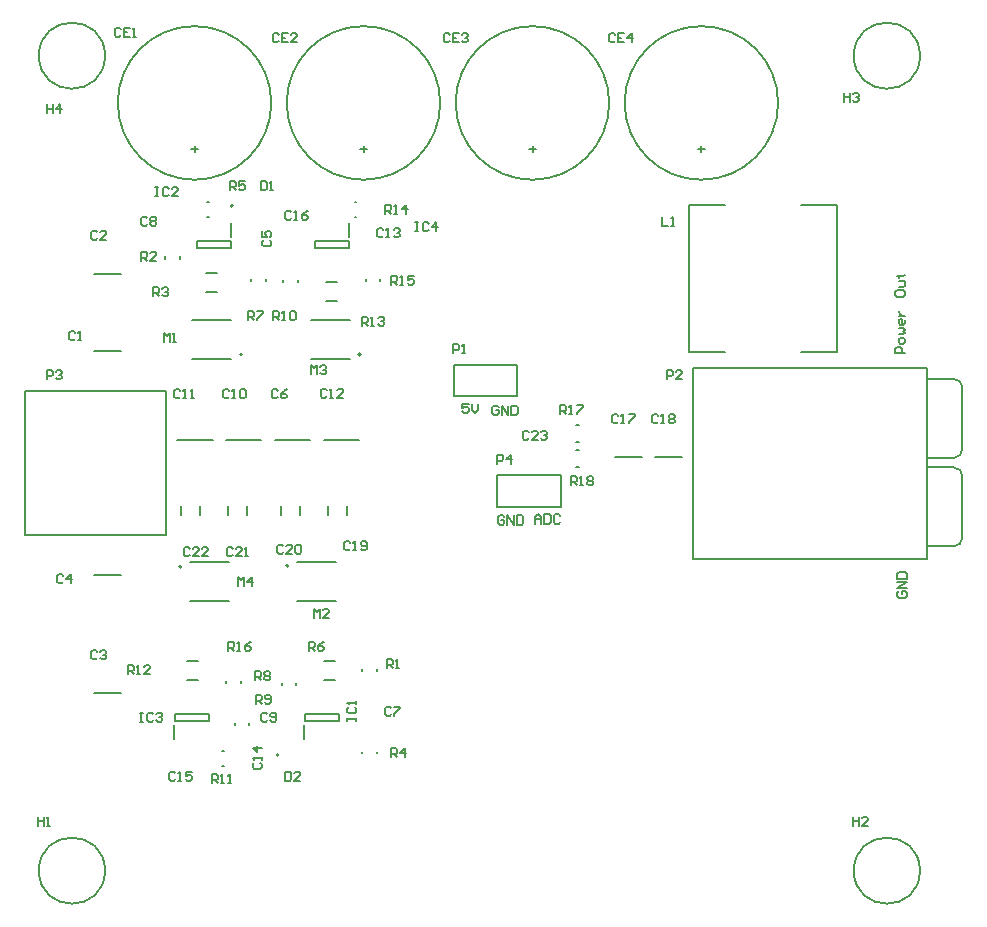
<source format=gto>
G04*
G04 #@! TF.GenerationSoftware,Altium Limited,Altium Designer,20.1.12 (249)*
G04*
G04 Layer_Color=65535*
%FSLAX44Y44*%
%MOMM*%
G71*
G04*
G04 #@! TF.SameCoordinates,CC81BD5A-250F-4E5F-800E-8ED098A84927*
G04*
G04*
G04 #@! TF.FilePolarity,Positive*
G04*
G01*
G75*
%ADD10C,0.2000*%
%ADD11C,0.1270*%
%ADD12C,0.2032*%
D10*
X213250Y288000D02*
G03*
X213250Y288000I-1000J0D01*
G01*
X122750Y287500D02*
G03*
X122750Y287500I-1000J0D01*
G01*
X274600Y467000D02*
G03*
X274600Y467000I-1000J0D01*
G01*
X174350D02*
G03*
X174350Y467000I-1000J0D01*
G01*
X165250Y594000D02*
G03*
X165250Y592000I0J-1000D01*
G01*
D02*
G03*
X165250Y594000I0J1000D01*
G01*
X204000Y127000D02*
G03*
X204000Y129000I0J1000D01*
G01*
D02*
G03*
X204000Y127000I0J-1000D01*
G01*
X198792Y680000D02*
G03*
X198792Y680000I-65000J0D01*
G01*
X341835D02*
G03*
X341835Y680000I-65000J0D01*
G01*
X484878D02*
G03*
X484878Y680000I-65000J0D01*
G01*
X627920D02*
G03*
X627920Y680000I-65000J0D01*
G01*
X776500Y304500D02*
G03*
X784000Y312000I0J7500D01*
G01*
Y364000D02*
G03*
X776500Y371500I-7500J0D01*
G01*
X784000Y439000D02*
G03*
X776500Y446500I-7500J0D01*
G01*
Y379500D02*
G03*
X784000Y387000I0J7500D01*
G01*
X58000Y30000D02*
G03*
X58000Y30000I-28000J0D01*
G01*
X748000D02*
G03*
X748000Y30000I-28000J0D01*
G01*
Y720000D02*
G03*
X748000Y720000I-28000J0D01*
G01*
X58000D02*
G03*
X58000Y720000I-28000J0D01*
G01*
X48500Y280000D02*
X71500D01*
X456750Y371957D02*
X459250D01*
X456750Y385957D02*
X459250D01*
X456750Y407000D02*
X459250D01*
X456750Y393000D02*
X459250D01*
X443900Y338015D02*
Y364915D01*
X390100D02*
X443900D01*
X390100Y338015D02*
Y364915D01*
Y338015D02*
X443900D01*
X144274Y596250D02*
X145726D01*
X144274Y583750D02*
X145726D01*
X165000Y566500D02*
Y578500D01*
X135500Y563000D02*
X164500D01*
X135500Y557000D02*
Y563000D01*
Y557000D02*
X164500D01*
Y563000D01*
X48500Y470000D02*
X71500D01*
X180250Y153000D02*
Y155000D01*
X167750Y153000D02*
Y155000D01*
X275500Y199000D02*
Y201000D01*
X288000Y199000D02*
Y201000D01*
X108750Y548000D02*
Y550000D01*
X121250Y548000D02*
Y550000D01*
X208750Y528000D02*
Y530000D01*
X221250Y528000D02*
Y530000D01*
X143270Y536000D02*
X152731D01*
X143270Y520000D02*
X152731D01*
X243020Y207084D02*
X252481D01*
X243020Y191084D02*
X252481D01*
X127020D02*
X136481D01*
X127020Y207084D02*
X136481D01*
X245270Y528000D02*
X254731D01*
X245270Y512000D02*
X254731D01*
X288000Y129274D02*
Y130726D01*
X275500Y129274D02*
Y130726D01*
X181750Y529274D02*
Y530726D01*
X194250Y529274D02*
Y530726D01*
X220000Y187274D02*
Y188726D01*
X207500Y187274D02*
Y188726D01*
X157024Y131250D02*
X158476D01*
X157024Y118750D02*
X158476D01*
X269274Y583750D02*
X270726D01*
X269274Y596250D02*
X270726D01*
X291250Y529274D02*
Y530726D01*
X278750Y529274D02*
Y530726D01*
X173000Y189274D02*
Y190726D01*
X160500Y189274D02*
Y190726D01*
X247000Y331265D02*
Y338735D01*
X263000Y331265D02*
Y338735D01*
X207000Y331265D02*
Y338735D01*
X223000Y331265D02*
Y338735D01*
X162000Y331265D02*
Y338735D01*
X178000Y331265D02*
Y338735D01*
X122324Y331265D02*
Y338735D01*
X138323Y331265D02*
Y338735D01*
X227250Y157000D02*
Y163000D01*
X256250D01*
Y157000D02*
Y163000D01*
X227250Y157000D02*
X256250D01*
X226750Y141500D02*
Y153500D01*
X117250Y157000D02*
Y163000D01*
X146250D01*
Y157000D02*
Y163000D01*
X117250Y157000D02*
X146250D01*
X116750Y141500D02*
Y153500D01*
X264500Y557000D02*
Y563000D01*
X235500Y557000D02*
X264500D01*
X235500D02*
Y563000D01*
X264500D01*
X265000Y566500D02*
Y578500D01*
X243370Y395000D02*
X273370D01*
X201628D02*
X231628D01*
X160385D02*
X190385D01*
X119143D02*
X149143D01*
X48500Y535000D02*
X71500D01*
X48500Y180000D02*
X71500D01*
X489615Y380000D02*
X512615D01*
X523857D02*
X546857D01*
X754000Y304500D02*
X776500D01*
X784000Y312000D02*
Y364500D01*
X754000Y371500D02*
X776500D01*
X754000Y446500D02*
X776500D01*
X784000Y387000D02*
Y439500D01*
X754000Y379500D02*
X776500D01*
X556000Y294000D02*
X754000Y294000D01*
X556000Y456000D02*
X754000D01*
Y294000D02*
Y456000D01*
X556000Y294000D02*
Y456000D01*
X-10000Y314200D02*
X110000D01*
X-10000D02*
Y435800D01*
X110000D01*
Y314200D02*
Y435800D01*
X353100Y431550D02*
Y458450D01*
Y431550D02*
X406900D01*
Y458450D01*
X353100D02*
X406900D01*
X677500Y468792D02*
Y593792D01*
X552500Y468792D02*
Y593792D01*
X647000D02*
X677500D01*
X647500Y468792D02*
X677500D01*
X552500Y593792D02*
X583000D01*
X552500Y468792D02*
X583000D01*
X735250Y468000D02*
X727253D01*
Y471999D01*
X728586Y473332D01*
X731251D01*
X732584Y471999D01*
Y468000D01*
X735250Y477330D02*
Y479996D01*
X733917Y481329D01*
X731251D01*
X729918Y479996D01*
Y477330D01*
X731251Y475997D01*
X733917D01*
X735250Y477330D01*
X729918Y483995D02*
X733917D01*
X735250Y485328D01*
X733917Y486661D01*
X735250Y487994D01*
X733917Y489327D01*
X729918D01*
X735250Y495991D02*
Y493325D01*
X733917Y491992D01*
X731251D01*
X729918Y493325D01*
Y495991D01*
X731251Y497324D01*
X732584D01*
Y491992D01*
X729918Y499990D02*
X735250D01*
X732584D01*
X731251Y501323D01*
X729918Y502655D01*
Y503988D01*
X727253Y519983D02*
Y517317D01*
X728586Y515984D01*
X733917D01*
X735250Y517317D01*
Y519983D01*
X733917Y521316D01*
X728586D01*
X727253Y519983D01*
X729918Y523982D02*
X733917D01*
X735250Y525315D01*
Y529314D01*
X729918D01*
X728586Y533312D02*
X729918D01*
Y531979D01*
Y534645D01*
Y533312D01*
X733917D01*
X735250Y534645D01*
X730086Y266582D02*
X728753Y265249D01*
Y262583D01*
X730086Y261250D01*
X735417D01*
X736750Y262583D01*
Y265249D01*
X735417Y266582D01*
X732751D01*
Y263916D01*
X736750Y269247D02*
X728753D01*
X736750Y274579D01*
X728753D01*
Y277245D02*
X736750D01*
Y281244D01*
X735417Y282577D01*
X730086D01*
X728753Y281244D01*
Y277245D01*
X422000Y323750D02*
Y329082D01*
X424666Y331747D01*
X427332Y329082D01*
Y323750D01*
Y327749D01*
X422000D01*
X429997Y331747D02*
Y323750D01*
X433996D01*
X435329Y325083D01*
Y330415D01*
X433996Y331747D01*
X429997D01*
X443326Y330415D02*
X441994Y331747D01*
X439328D01*
X437995Y330415D01*
Y325083D01*
X439328Y323750D01*
X441994D01*
X443326Y325083D01*
X396082Y329664D02*
X394749Y330997D01*
X392083D01*
X390750Y329664D01*
Y324333D01*
X392083Y323000D01*
X394749D01*
X396082Y324333D01*
Y326999D01*
X393416D01*
X398747Y323000D02*
Y330997D01*
X404079Y323000D01*
Y330997D01*
X406745D02*
Y323000D01*
X410744D01*
X412076Y324333D01*
Y329664D01*
X410744Y330997D01*
X406745D01*
X365832Y425497D02*
X360500D01*
Y421499D01*
X363166Y422832D01*
X364499D01*
X365832Y421499D01*
Y418833D01*
X364499Y417500D01*
X361833D01*
X360500Y418833D01*
X368497Y425497D02*
Y420166D01*
X371163Y417500D01*
X373829Y420166D01*
Y425497D01*
X391332Y422415D02*
X389999Y423747D01*
X387333D01*
X386000Y422415D01*
Y417083D01*
X387333Y415750D01*
X389999D01*
X391332Y417083D01*
Y419749D01*
X388666D01*
X393997Y415750D02*
Y423747D01*
X399329Y415750D01*
Y423747D01*
X401995D02*
Y415750D01*
X405993D01*
X407326Y417083D01*
Y422415D01*
X405993Y423747D01*
X401995D01*
X133877Y638250D02*
Y643582D01*
X131211Y640916D02*
X136542D01*
X276919Y638250D02*
Y643582D01*
X274253Y640916D02*
X279585D01*
X419962Y638250D02*
Y643582D01*
X417296Y640916D02*
X422627D01*
X563004Y638250D02*
Y643582D01*
X560338Y640916D02*
X565670D01*
D11*
X220750Y291500D02*
X253750D01*
X220750Y258500D02*
X253750D01*
X130250Y291000D02*
X163250D01*
X130250Y258000D02*
X163250D01*
X232100Y496500D02*
X265100D01*
X232100Y463500D02*
X265100D01*
X131850Y496500D02*
X164850D01*
X131850Y463500D02*
X164850D01*
D12*
X170902Y270691D02*
Y278309D01*
X173441Y275770D01*
X175980Y278309D01*
Y270691D01*
X182328D02*
Y278309D01*
X178520Y274500D01*
X183598D01*
X232652Y450441D02*
Y458059D01*
X235191Y455520D01*
X237730Y458059D01*
Y450441D01*
X240270Y456789D02*
X241539Y458059D01*
X244078D01*
X245348Y456789D01*
Y455520D01*
X244078Y454250D01*
X242809D01*
X244078D01*
X245348Y452980D01*
Y451711D01*
X244078Y450441D01*
X241539D01*
X240270Y451711D01*
X234652Y243941D02*
Y251559D01*
X237191Y249020D01*
X239730Y251559D01*
Y243941D01*
X247348D02*
X242270D01*
X247348Y249020D01*
Y250289D01*
X246078Y251559D01*
X243539D01*
X242270Y250289D01*
X107922Y477941D02*
Y485559D01*
X110461Y483020D01*
X113000Y485559D01*
Y477941D01*
X115539D02*
X118078D01*
X116809D01*
Y485559D01*
X115539Y484289D01*
X452478Y356191D02*
Y363809D01*
X456287D01*
X457556Y362539D01*
Y360000D01*
X456287Y358730D01*
X452478D01*
X455017D02*
X457556Y356191D01*
X460096D02*
X462635D01*
X461365D01*
Y363809D01*
X460096Y362539D01*
X466444D02*
X467713Y363809D01*
X470252D01*
X471522Y362539D01*
Y361270D01*
X470252Y360000D01*
X471522Y358730D01*
Y357461D01*
X470252Y356191D01*
X467713D01*
X466444Y357461D01*
Y358730D01*
X467713Y360000D01*
X466444Y361270D01*
Y362539D01*
X467713Y360000D02*
X470252D01*
X443649Y416383D02*
Y424001D01*
X447458D01*
X448727Y422731D01*
Y420192D01*
X447458Y418922D01*
X443649D01*
X446188D02*
X448727Y416383D01*
X451267D02*
X453806D01*
X452536D01*
Y424001D01*
X451267Y422731D01*
X457615Y424001D02*
X462693D01*
Y422731D01*
X457615Y417653D01*
Y416383D01*
X389954Y374303D02*
Y381920D01*
X393763D01*
X395032Y380651D01*
Y378112D01*
X393763Y376842D01*
X389954D01*
X401380Y374303D02*
Y381920D01*
X397571Y378112D01*
X402650D01*
X416813Y401223D02*
X415543Y402492D01*
X413004D01*
X411735Y401223D01*
Y396145D01*
X413004Y394875D01*
X415543D01*
X416813Y396145D01*
X424430Y394875D02*
X419352D01*
X424430Y399953D01*
Y401223D01*
X423161Y402492D01*
X420622D01*
X419352Y401223D01*
X426970D02*
X428239Y402492D01*
X430778D01*
X432048Y401223D01*
Y399953D01*
X430778Y398684D01*
X429509D01*
X430778D01*
X432048Y397414D01*
Y396145D01*
X430778Y394875D01*
X428239D01*
X426970Y396145D01*
X129922Y302539D02*
X128652Y303809D01*
X126113D01*
X124843Y302539D01*
Y297461D01*
X126113Y296191D01*
X128652D01*
X129922Y297461D01*
X137539Y296191D02*
X132461D01*
X137539Y301270D01*
Y302539D01*
X136270Y303809D01*
X133730D01*
X132461Y302539D01*
X145157Y296191D02*
X140078D01*
X145157Y301270D01*
Y302539D01*
X143887Y303809D01*
X141348D01*
X140078Y302539D01*
X166191D02*
X164922Y303809D01*
X162383D01*
X161113Y302539D01*
Y297461D01*
X162383Y296191D01*
X164922D01*
X166191Y297461D01*
X173809Y296191D02*
X168730D01*
X173809Y301270D01*
Y302539D01*
X172539Y303809D01*
X170000D01*
X168730Y302539D01*
X176348Y296191D02*
X178887D01*
X177617D01*
Y303809D01*
X176348Y302539D01*
X208922Y304539D02*
X207652Y305809D01*
X205113D01*
X203843Y304539D01*
Y299461D01*
X205113Y298191D01*
X207652D01*
X208922Y299461D01*
X216539Y298191D02*
X211461D01*
X216539Y303270D01*
Y304539D01*
X215270Y305809D01*
X212730D01*
X211461Y304539D01*
X219078D02*
X220348Y305809D01*
X222887D01*
X224157Y304539D01*
Y299461D01*
X222887Y298191D01*
X220348D01*
X219078Y299461D01*
Y304539D01*
X265556Y307539D02*
X264287Y308809D01*
X261748D01*
X260478Y307539D01*
Y302461D01*
X261748Y301191D01*
X264287D01*
X265556Y302461D01*
X268096Y301191D02*
X270635D01*
X269365D01*
Y308809D01*
X268096Y307539D01*
X274444Y302461D02*
X275713Y301191D01*
X278252D01*
X279522Y302461D01*
Y307539D01*
X278252Y308809D01*
X275713D01*
X274444Y307539D01*
Y306270D01*
X275713Y305000D01*
X279522D01*
X529922Y583809D02*
Y576191D01*
X535000D01*
X537539D02*
X540078D01*
X538809D01*
Y583809D01*
X537539Y582539D01*
X489922Y737539D02*
X488652Y738809D01*
X486113D01*
X484843Y737539D01*
Y732461D01*
X486113Y731191D01*
X488652D01*
X489922Y732461D01*
X497539Y738809D02*
X492461D01*
Y731191D01*
X497539D01*
X492461Y735000D02*
X495000D01*
X503887Y731191D02*
Y738809D01*
X500078Y735000D01*
X505157D01*
X349922Y737539D02*
X348652Y738809D01*
X346113D01*
X344843Y737539D01*
Y732461D01*
X346113Y731191D01*
X348652D01*
X349922Y732461D01*
X357539Y738809D02*
X352461D01*
Y731191D01*
X357539D01*
X352461Y735000D02*
X355000D01*
X360078Y737539D02*
X361348Y738809D01*
X363887D01*
X365157Y737539D01*
Y736270D01*
X363887Y735000D01*
X362618D01*
X363887D01*
X365157Y733730D01*
Y732461D01*
X363887Y731191D01*
X361348D01*
X360078Y732461D01*
X204922Y737539D02*
X203652Y738809D01*
X201113D01*
X199843Y737539D01*
Y732461D01*
X201113Y731191D01*
X203652D01*
X204922Y732461D01*
X212539Y738809D02*
X207461D01*
Y731191D01*
X212539D01*
X207461Y735000D02*
X210000D01*
X220157Y731191D02*
X215078D01*
X220157Y736270D01*
Y737539D01*
X218887Y738809D01*
X216348D01*
X215078Y737539D01*
X71191Y742539D02*
X69922Y743809D01*
X67382D01*
X66113Y742539D01*
Y737461D01*
X67382Y736191D01*
X69922D01*
X71191Y737461D01*
X78809Y743809D02*
X73730D01*
Y736191D01*
X78809D01*
X73730Y740000D02*
X76270D01*
X81348Y736191D02*
X83887D01*
X82618D01*
Y743809D01*
X81348Y742539D01*
X526540Y415244D02*
X525270Y416513D01*
X522731D01*
X521461Y415244D01*
Y410166D01*
X522731Y408896D01*
X525270D01*
X526540Y410166D01*
X529079Y408896D02*
X531618D01*
X530349D01*
Y416513D01*
X529079Y415244D01*
X535427D02*
X536697Y416513D01*
X539236D01*
X540505Y415244D01*
Y413974D01*
X539236Y412705D01*
X540505Y411435D01*
Y410166D01*
X539236Y408896D01*
X536697D01*
X535427Y410166D01*
Y411435D01*
X536697Y412705D01*
X535427Y413974D01*
Y415244D01*
X536697Y412705D02*
X539236D01*
X492485Y415272D02*
X491216Y416541D01*
X488677D01*
X487407Y415272D01*
Y410194D01*
X488677Y408924D01*
X491216D01*
X492485Y410194D01*
X495024Y408924D02*
X497564D01*
X496294D01*
Y416541D01*
X495024Y415272D01*
X501372Y416541D02*
X506451D01*
Y415272D01*
X501372Y410194D01*
Y408924D01*
X200478Y496191D02*
Y503809D01*
X204287D01*
X205557Y502539D01*
Y500000D01*
X204287Y498730D01*
X200478D01*
X203017D02*
X205557Y496191D01*
X208096D02*
X210635D01*
X209365D01*
Y503809D01*
X208096Y502539D01*
X214444D02*
X215713Y503809D01*
X218252D01*
X219522Y502539D01*
Y497461D01*
X218252Y496191D01*
X215713D01*
X214444Y497461D01*
Y502539D01*
X88652Y546191D02*
Y553809D01*
X92461D01*
X93730Y552539D01*
Y550000D01*
X92461Y548730D01*
X88652D01*
X91191D02*
X93730Y546191D01*
X101348D02*
X96270D01*
X101348Y551270D01*
Y552539D01*
X100078Y553809D01*
X97539D01*
X96270Y552539D01*
X296672Y201191D02*
Y208809D01*
X300480D01*
X301750Y207539D01*
Y205000D01*
X300480Y203730D01*
X296672D01*
X299211D02*
X301750Y201191D01*
X304289D02*
X306828D01*
X305559D01*
Y208809D01*
X304289Y207539D01*
X162228Y216191D02*
Y223809D01*
X166037D01*
X167306Y222539D01*
Y220000D01*
X166037Y218730D01*
X162228D01*
X164767D02*
X167306Y216191D01*
X169846D02*
X172385D01*
X171115D01*
Y223809D01*
X169846Y222539D01*
X181272Y223809D02*
X178733Y222539D01*
X176194Y220000D01*
Y217461D01*
X177463Y216191D01*
X180002D01*
X181272Y217461D01*
Y218730D01*
X180002Y220000D01*
X176194D01*
X300478Y526191D02*
Y533809D01*
X304287D01*
X305556Y532539D01*
Y530000D01*
X304287Y528730D01*
X300478D01*
X303017D02*
X305556Y526191D01*
X308096D02*
X310635D01*
X309365D01*
Y533809D01*
X308096Y532539D01*
X319522Y533809D02*
X314444D01*
Y530000D01*
X316983Y531270D01*
X318252D01*
X319522Y530000D01*
Y527461D01*
X318252Y526191D01*
X315713D01*
X314444Y527461D01*
X295478Y586191D02*
Y593809D01*
X299287D01*
X300556Y592539D01*
Y590000D01*
X299287Y588730D01*
X295478D01*
X298017D02*
X300556Y586191D01*
X303096D02*
X305635D01*
X304365D01*
Y593809D01*
X303096Y592539D01*
X313252Y586191D02*
Y593809D01*
X309444Y590000D01*
X314522D01*
X275478Y491191D02*
Y498809D01*
X279287D01*
X280556Y497539D01*
Y495000D01*
X279287Y493730D01*
X275478D01*
X278017D02*
X280556Y491191D01*
X283096D02*
X285635D01*
X284365D01*
Y498809D01*
X283096Y497539D01*
X289444D02*
X290713Y498809D01*
X293252D01*
X294522Y497539D01*
Y496270D01*
X293252Y495000D01*
X291983D01*
X293252D01*
X294522Y493730D01*
Y492461D01*
X293252Y491191D01*
X290713D01*
X289444Y492461D01*
X77228Y196191D02*
Y203809D01*
X81037D01*
X82306Y202539D01*
Y200000D01*
X81037Y198730D01*
X77228D01*
X79767D02*
X82306Y196191D01*
X84846D02*
X87385D01*
X86115D01*
Y203809D01*
X84846Y202539D01*
X96272Y196191D02*
X91194D01*
X96272Y201270D01*
Y202539D01*
X95002Y203809D01*
X92463D01*
X91194Y202539D01*
X148498Y104191D02*
Y111809D01*
X152306D01*
X153576Y110539D01*
Y108000D01*
X152306Y106730D01*
X148498D01*
X151037D02*
X153576Y104191D01*
X156115D02*
X158654D01*
X157385D01*
Y111809D01*
X156115Y110539D01*
X162463Y104191D02*
X165002D01*
X163733D01*
Y111809D01*
X162463Y110539D01*
X185652Y171191D02*
Y178809D01*
X189461D01*
X190730Y177539D01*
Y175000D01*
X189461Y173730D01*
X185652D01*
X188191D02*
X190730Y171191D01*
X193270Y172461D02*
X194539Y171191D01*
X197078D01*
X198348Y172461D01*
Y177539D01*
X197078Y178809D01*
X194539D01*
X193270Y177539D01*
Y176270D01*
X194539Y175000D01*
X198348D01*
X185402Y191191D02*
Y198809D01*
X189211D01*
X190480Y197539D01*
Y195000D01*
X189211Y193730D01*
X185402D01*
X187941D02*
X190480Y191191D01*
X193020Y197539D02*
X194289Y198809D01*
X196828D01*
X198098Y197539D01*
Y196270D01*
X196828Y195000D01*
X198098Y193730D01*
Y192461D01*
X196828Y191191D01*
X194289D01*
X193020Y192461D01*
Y193730D01*
X194289Y195000D01*
X193020Y196270D01*
Y197539D01*
X194289Y195000D02*
X196828D01*
X178652Y496191D02*
Y503809D01*
X182461D01*
X183730Y502539D01*
Y500000D01*
X182461Y498730D01*
X178652D01*
X181191D02*
X183730Y496191D01*
X186270Y503809D02*
X191348D01*
Y502539D01*
X186270Y497461D01*
Y496191D01*
X230402Y216191D02*
Y223809D01*
X234211D01*
X235480Y222539D01*
Y220000D01*
X234211Y218730D01*
X230402D01*
X232941D02*
X235480Y216191D01*
X243098Y223809D02*
X240559Y222539D01*
X238020Y220000D01*
Y217461D01*
X239289Y216191D01*
X241828D01*
X243098Y217461D01*
Y218730D01*
X241828Y220000D01*
X238020D01*
X163652Y606191D02*
Y613809D01*
X167461D01*
X168730Y612539D01*
Y610000D01*
X167461Y608730D01*
X163652D01*
X166191D02*
X168730Y606191D01*
X176348Y613809D02*
X171270D01*
Y610000D01*
X173809Y611270D01*
X175078D01*
X176348Y610000D01*
Y607461D01*
X175078Y606191D01*
X172539D01*
X171270Y607461D01*
X300402Y126191D02*
Y133809D01*
X304211D01*
X305480Y132539D01*
Y130000D01*
X304211Y128730D01*
X300402D01*
X302941D02*
X305480Y126191D01*
X311828D02*
Y133809D01*
X308020Y130000D01*
X313098D01*
X98652Y516191D02*
Y523809D01*
X102461D01*
X103730Y522539D01*
Y520000D01*
X102461Y518730D01*
X98652D01*
X101191D02*
X103730Y516191D01*
X106270Y522539D02*
X107539Y523809D01*
X110078D01*
X111348Y522539D01*
Y521270D01*
X110078Y520000D01*
X108809D01*
X110078D01*
X111348Y518730D01*
Y517461D01*
X110078Y516191D01*
X107539D01*
X106270Y517461D01*
X8652Y446191D02*
Y453809D01*
X12461D01*
X13730Y452539D01*
Y450000D01*
X12461Y448730D01*
X8652D01*
X16270Y452539D02*
X17539Y453809D01*
X20078D01*
X21348Y452539D01*
Y451270D01*
X20078Y450000D01*
X18809D01*
X20078D01*
X21348Y448730D01*
Y447461D01*
X20078Y446191D01*
X17539D01*
X16270Y447461D01*
X533652Y446191D02*
Y453809D01*
X537461D01*
X538730Y452539D01*
Y450000D01*
X537461Y448730D01*
X533652D01*
X546348Y446191D02*
X541270D01*
X546348Y451270D01*
Y452539D01*
X545078Y453809D01*
X542539D01*
X541270Y452539D01*
X352994Y467866D02*
Y475484D01*
X356803D01*
X358072Y474214D01*
Y471675D01*
X356803Y470405D01*
X352994D01*
X360611Y467866D02*
X363151D01*
X361881D01*
Y475484D01*
X360611Y474214D01*
X320478Y578809D02*
X323017D01*
X321748D01*
Y571191D01*
X320478D01*
X323017D01*
X331904Y577539D02*
X330635Y578809D01*
X328096D01*
X326826Y577539D01*
Y572461D01*
X328096Y571191D01*
X330635D01*
X331904Y572461D01*
X338252Y571191D02*
Y578809D01*
X334444Y575000D01*
X339522D01*
X87228Y163809D02*
X89767D01*
X88498D01*
Y156191D01*
X87228D01*
X89767D01*
X98654Y162539D02*
X97385Y163809D01*
X94846D01*
X93576Y162539D01*
Y157461D01*
X94846Y156191D01*
X97385D01*
X98654Y157461D01*
X101194Y162539D02*
X102463Y163809D01*
X105002D01*
X106272Y162539D01*
Y161270D01*
X105002Y160000D01*
X103733D01*
X105002D01*
X106272Y158730D01*
Y157461D01*
X105002Y156191D01*
X102463D01*
X101194Y157461D01*
X100478Y608809D02*
X103017D01*
X101748D01*
Y601191D01*
X100478D01*
X103017D01*
X111904Y607539D02*
X110635Y608809D01*
X108096D01*
X106826Y607539D01*
Y602461D01*
X108096Y601191D01*
X110635D01*
X111904Y602461D01*
X119522Y601191D02*
X114444D01*
X119522Y606270D01*
Y607539D01*
X118252Y608809D01*
X115713D01*
X114444Y607539D01*
X262941Y156748D02*
Y159287D01*
Y158017D01*
X270559D01*
Y156748D01*
Y159287D01*
X264211Y168174D02*
X262941Y166904D01*
Y164365D01*
X264211Y163096D01*
X269289D01*
X270559Y164365D01*
Y166904D01*
X269289Y168174D01*
X270559Y170713D02*
Y173252D01*
Y171983D01*
X262941D01*
X264211Y170713D01*
X8652Y678809D02*
Y671191D01*
Y675000D01*
X13730D01*
Y678809D01*
Y671191D01*
X20078D02*
Y678809D01*
X16270Y675000D01*
X21348D01*
X683652Y688809D02*
Y681191D01*
Y685000D01*
X688730D01*
Y688809D01*
Y681191D01*
X691270Y687539D02*
X692539Y688809D01*
X695078D01*
X696348Y687539D01*
Y686270D01*
X695078Y685000D01*
X693809D01*
X695078D01*
X696348Y683730D01*
Y682461D01*
X695078Y681191D01*
X692539D01*
X691270Y682461D01*
X690974Y75848D02*
Y68230D01*
Y72039D01*
X696052D01*
Y75848D01*
Y68230D01*
X703670D02*
X698592D01*
X703670Y73308D01*
Y74578D01*
X702400Y75848D01*
X699861D01*
X698592Y74578D01*
X1110Y75848D02*
Y68230D01*
Y72039D01*
X6188D01*
Y75848D01*
Y68230D01*
X8727D02*
X11267D01*
X9997D01*
Y75848D01*
X8727Y74578D01*
X210402Y113809D02*
Y106191D01*
X214211D01*
X215480Y107461D01*
Y112539D01*
X214211Y113809D01*
X210402D01*
X223098Y106191D02*
X218020D01*
X223098Y111270D01*
Y112539D01*
X221828Y113809D01*
X219289D01*
X218020Y112539D01*
X189922Y613809D02*
Y606191D01*
X193730D01*
X195000Y607461D01*
Y612539D01*
X193730Y613809D01*
X189922D01*
X197539Y606191D02*
X200078D01*
X198809D01*
Y613809D01*
X197539Y612539D01*
X215556Y587539D02*
X214287Y588809D01*
X211748D01*
X210478Y587539D01*
Y582461D01*
X211748Y581191D01*
X214287D01*
X215556Y582461D01*
X218096Y581191D02*
X220635D01*
X219365D01*
Y588809D01*
X218096Y587539D01*
X229522Y588809D02*
X226983Y587539D01*
X224444Y585000D01*
Y582461D01*
X225713Y581191D01*
X228252D01*
X229522Y582461D01*
Y583730D01*
X228252Y585000D01*
X224444D01*
X117306Y112539D02*
X116037Y113809D01*
X113498D01*
X112228Y112539D01*
Y107461D01*
X113498Y106191D01*
X116037D01*
X117306Y107461D01*
X119846Y106191D02*
X122385D01*
X121115D01*
Y113809D01*
X119846Y112539D01*
X131272Y113809D02*
X126194D01*
Y110000D01*
X128733Y111270D01*
X130002D01*
X131272Y110000D01*
Y107461D01*
X130002Y106191D01*
X127463D01*
X126194Y107461D01*
X184211Y121556D02*
X182941Y120287D01*
Y117748D01*
X184211Y116478D01*
X189289D01*
X190559Y117748D01*
Y120287D01*
X189289Y121556D01*
X190559Y124096D02*
Y126635D01*
Y125365D01*
X182941D01*
X184211Y124096D01*
X190559Y134252D02*
X182941D01*
X186750Y130444D01*
Y135522D01*
X293556Y572539D02*
X292287Y573809D01*
X289748D01*
X288478Y572539D01*
Y567461D01*
X289748Y566191D01*
X292287D01*
X293556Y567461D01*
X296096Y566191D02*
X298635D01*
X297365D01*
Y573809D01*
X296096Y572539D01*
X302444D02*
X303713Y573809D01*
X306252D01*
X307522Y572539D01*
Y571270D01*
X306252Y570000D01*
X304983D01*
X306252D01*
X307522Y568730D01*
Y567461D01*
X306252Y566191D01*
X303713D01*
X302444Y567461D01*
X245658Y436782D02*
X244389Y438051D01*
X241849D01*
X240580Y436782D01*
Y431704D01*
X241849Y430434D01*
X244389D01*
X245658Y431704D01*
X248197Y430434D02*
X250737D01*
X249467D01*
Y438051D01*
X248197Y436782D01*
X259624Y430434D02*
X254545D01*
X259624Y435512D01*
Y436782D01*
X258354Y438051D01*
X255815D01*
X254545Y436782D01*
X121852Y436274D02*
X120582Y437543D01*
X118043D01*
X116774Y436274D01*
Y431196D01*
X118043Y429926D01*
X120582D01*
X121852Y431196D01*
X124391Y429926D02*
X126930D01*
X125661D01*
Y437543D01*
X124391Y436274D01*
X130739Y429926D02*
X133278D01*
X132009D01*
Y437543D01*
X130739Y436274D01*
X163254D02*
X161984Y437543D01*
X159445D01*
X158176Y436274D01*
Y431196D01*
X159445Y429926D01*
X161984D01*
X163254Y431196D01*
X165793Y429926D02*
X168332D01*
X167063D01*
Y437543D01*
X165793Y436274D01*
X172141D02*
X173411Y437543D01*
X175950D01*
X177219Y436274D01*
Y431196D01*
X175950Y429926D01*
X173411D01*
X172141Y431196D01*
Y436274D01*
X195480Y162539D02*
X194211Y163809D01*
X191672D01*
X190402Y162539D01*
Y157461D01*
X191672Y156191D01*
X194211D01*
X195480Y157461D01*
X198020D02*
X199289Y156191D01*
X201828D01*
X203098Y157461D01*
Y162539D01*
X201828Y163809D01*
X199289D01*
X198020Y162539D01*
Y161270D01*
X199289Y160000D01*
X203098D01*
X93730Y582539D02*
X92461Y583809D01*
X89922D01*
X88652Y582539D01*
Y577461D01*
X89922Y576191D01*
X92461D01*
X93730Y577461D01*
X96270Y582539D02*
X97539Y583809D01*
X100078D01*
X101348Y582539D01*
Y581270D01*
X100078Y580000D01*
X101348Y578730D01*
Y577461D01*
X100078Y576191D01*
X97539D01*
X96270Y577461D01*
Y578730D01*
X97539Y580000D01*
X96270Y581270D01*
Y582539D01*
X97539Y580000D02*
X100078D01*
X300480Y167539D02*
X299211Y168809D01*
X296672D01*
X295402Y167539D01*
Y162461D01*
X296672Y161191D01*
X299211D01*
X300480Y162461D01*
X303020Y168809D02*
X308098D01*
Y167539D01*
X303020Y162461D01*
Y161191D01*
X204402Y436274D02*
X203132Y437543D01*
X200593D01*
X199324Y436274D01*
Y431196D01*
X200593Y429926D01*
X203132D01*
X204402Y431196D01*
X212020Y437543D02*
X209480Y436274D01*
X206941Y433735D01*
Y431196D01*
X208211Y429926D01*
X210750D01*
X212020Y431196D01*
Y432465D01*
X210750Y433735D01*
X206941D01*
X192461Y563730D02*
X191191Y562461D01*
Y559922D01*
X192461Y558652D01*
X197539D01*
X198809Y559922D01*
Y562461D01*
X197539Y563730D01*
X191191Y571348D02*
Y566270D01*
X195000D01*
X193730Y568809D01*
Y570078D01*
X195000Y571348D01*
X197539D01*
X198809Y570078D01*
Y567539D01*
X197539Y566270D01*
X22730Y279539D02*
X21461Y280809D01*
X18922D01*
X17652Y279539D01*
Y274461D01*
X18922Y273191D01*
X21461D01*
X22730Y274461D01*
X29078Y273191D02*
Y280809D01*
X25270Y277000D01*
X30348D01*
X51240Y215360D02*
X49971Y216630D01*
X47432D01*
X46162Y215360D01*
Y210282D01*
X47432Y209012D01*
X49971D01*
X51240Y210282D01*
X53780Y215360D02*
X55049Y216630D01*
X57588D01*
X58858Y215360D01*
Y214090D01*
X57588Y212821D01*
X56319D01*
X57588D01*
X58858Y211551D01*
Y210282D01*
X57588Y209012D01*
X55049D01*
X53780Y210282D01*
X51226Y570386D02*
X49957Y571656D01*
X47418D01*
X46148Y570386D01*
Y565308D01*
X47418Y564038D01*
X49957D01*
X51226Y565308D01*
X58844Y564038D02*
X53766D01*
X58844Y569116D01*
Y570386D01*
X57574Y571656D01*
X55035D01*
X53766Y570386D01*
X33000Y485539D02*
X31730Y486809D01*
X29191D01*
X27922Y485539D01*
Y480461D01*
X29191Y479191D01*
X31730D01*
X33000Y480461D01*
X35539Y479191D02*
X38078D01*
X36809D01*
Y486809D01*
X35539Y485539D01*
M02*

</source>
